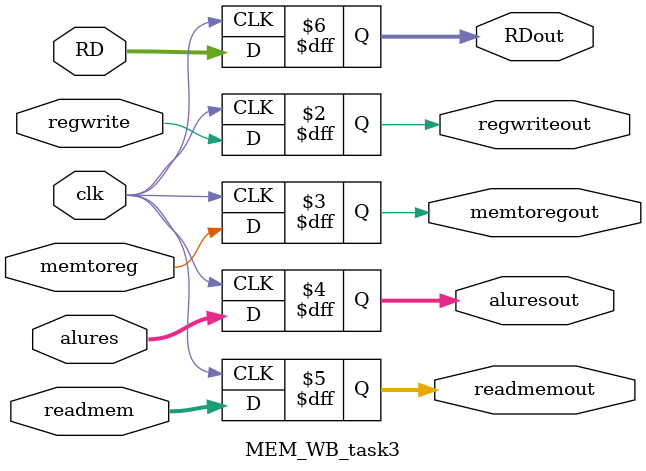
<source format=v>
`timescale 1ns / 1ps


module MEM_WB_task3(
input clk,

input regwrite, memtoreg, 

input [63:0]alures, 

input [63:0]readmem, 

input [4:0]RD, 

output reg regwriteout, memtoregout, 

output reg [63:0]aluresout, 

output reg[63:0]readmemout, 

output reg[4:0]RDout 

); 
always @(posedge clk)
begin
    regwriteout = regwrite; 

    memtoregout = memtoreg; 

    aluresout = alures; 

    readmemout = readmem; 

    RDout = RD; 
end

endmodule

</source>
